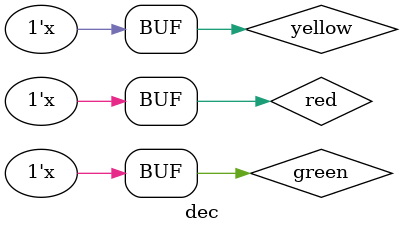
<source format=sv>
module dec
  #(m = 32)
    (
     //clock and reset
     //control slave
     //memory slave
     //external ports
     );

    typedef enum         logic [1:0] {RED, YELLOW, BLINK, GREEN} FSMStates;

    logic                run;
    logic [1:0]          divider;
    logic [1:0]          state;
    logic [31:0]         greenSaved;
    logic [31:0]         greenCount;    

    // we don't enable counters, if color is green
    always_comb begin
        enacnt = ((cntdiv == divisor) && !(colors == 3'b001));
    end

    always_ff @ (posedge clk or negedge clrn) begin
        if (!clrn) begin
            colors <= 3'b001;
            state <= GREEN;
            greenCount <= 32'd0;
        end else begin
            if (~run) begin
                colors <= 3'b001;
                state <= GREEN;
            end
				
            if (train) begin
                colors <= 3'b100;
                state <= RED;
                greenSaved <= divisor;
                greenCount <= divisor;
            end else begin
                case (state)
                  RED: begin
                      colors <= 3'b100;
                      if (enacnt) begin
                          state <= state + 1'b1;
                          greenSaved <= divisor;
                      end
                  end
                  YELLOW: begin
                      colors <= 3'b010;
                      if (enacnt) begin
                          state <= state + 1'b1;
                      end
                  end
                  BLINK: begin
                      if (enacnt) begin
                          state <= state + 1'b1;
                      end
                      if (greenSaved[0] == 0) begin
                          colors <= 3'b011;
                      end else begin
                          greenCount <= greenCount - 1'b1;
                          if (greenCount == 32'd0) begin
                              colors[1] <= ~colors[1];
                              greenCount <= greenSaved;
                          end
                      end
                  end
                  GREEN: begin
                      if (enacnt) begin
                          state <= state + 1'b1;
                      end
                      colors <= 3'b001;
                  end
                  default: colors <= 3'b100;
                endcase
            end
        end
    end
    assign contr = state;

    assign red = colors[2];
    assign yellow = colors[1];
    assign green = colors[0];

    periodram   b2v_inst3
      (
       .clock(clk),
       .data (ram_wrdata),
       .wraddress (ram_addr),
       .wren (ram_wr),
       .rdaddress({divider,contr}),
       .q(divisor)
       );

endmodule


</source>
